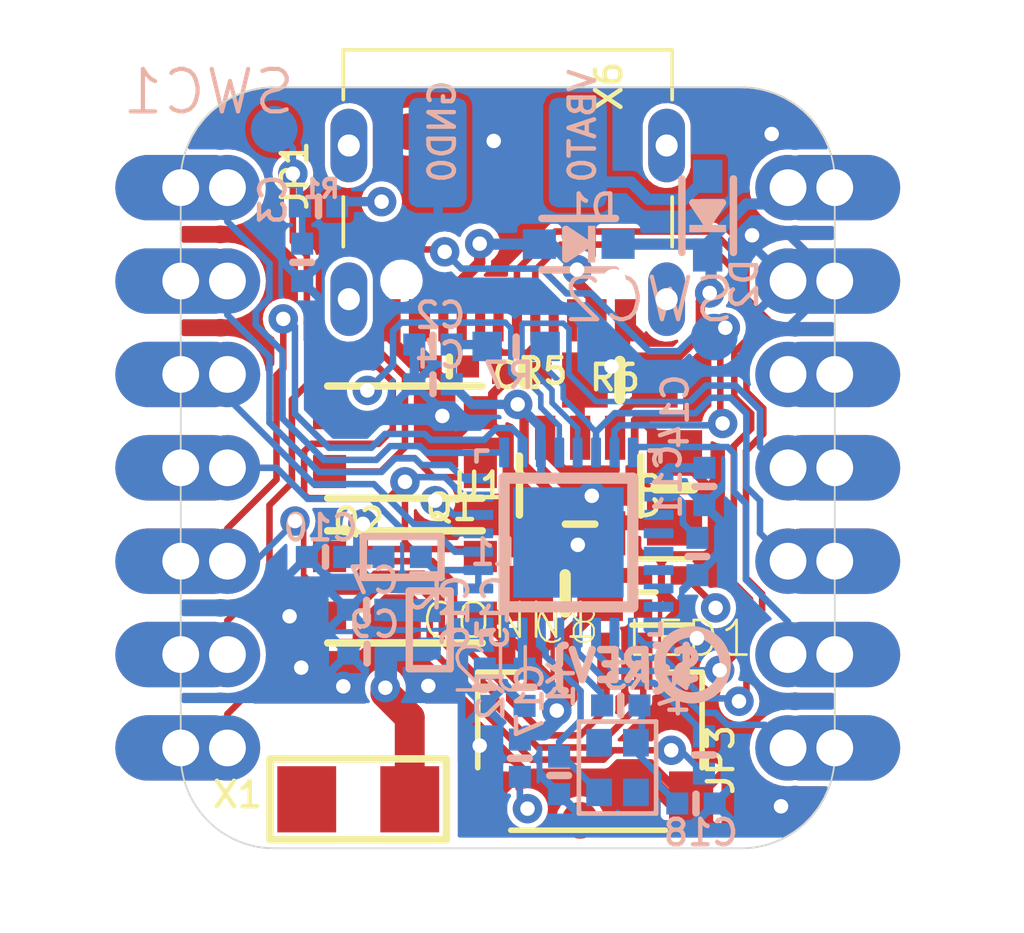
<source format=kicad_pcb>
(kicad_pcb (version 20221018) (generator pcbnew)
  (layers (0 "F.Cu" signal) (1 "In1.Cu" signal) (2 "In2.Cu" signal) (31 "B.Cu" signal) (34 "B.Paste" user) (35 "F.Paste" user) (36 "B.SilkS" user "B.Silkscreen") (37 "F.SilkS" user "F.Silkscreen") (38 "B.Mask" user) (39 "F.Mask" user) (44 "Edge.Cuts" user))
  (net 0 "")
  (net 1 "GND")
  (net 2 "D+")
  (net 3 "D-")
  (net 4 "VBUS")
  (net 5 "~{RESET}")
  (net 6 "3.3V")
  (net 7 "A0")
  (net 8 "CC1")
  (net 9 "CC2")
  (net 10 "A1")
  (net 11 "MOSI")
  (net 12 "MISO")
  (net 13 "SCK")
  (net 14 "A2")
  (net 15 "A3")
  (net 16 "SDA")
  (net 17 "SCL")
  (net 18 "NEOPIX")
  (net 19 "+5V")
  (net 20 "VDD3P3")
  (net 21 "LNA")
  (net 22 "N$3")
  (net 23 "BOOT")
  (net 24 "N$6")
  (net 25 "N$7")
  (net 26 "TX")
  (net 27 "RX")
  (net 28 "VBAT")
  (net 29 "VDD_SPI")
  (net 30 "N$5")
  (net 31 "N$1")
  (footprint "working:0805-NO" (layer "F.Cu") (at 150.0632 108.4199 180)
    (fp_text reference "C8")
    (fp_text value "22uF")
  )
  (footprint "working:1X07_CASTEL" (layer "F.Cu") (at 156.1211 105.0036 90)
    (fp_text reference "JP3")
    (fp_text value "")
  )
  (footprint "working:BTN_KMR2_SLIM" (layer "F.Cu") (at 145.7071 108.2421)
    (fp_text reference "Q2")
    (fp_text value "reset")
  )
  (footprint "working:SK6805_1515" (layer "F.Cu") (at 152.6794 108.3818 180)
    (fp_text reference "LED1")
    (fp_text value "WS2812B_SK6805_1515")
  )
  (footprint "working:SOT23-5" (layer "F.Cu") (at 150.4696 105.4862 180)
    (fp_text reference "U1")
    (fp_text value "AP2112K-3.3")
  )
  (footprint "working:0805-NO" (layer "F.Cu") (at 151.5491 102.616 180)
    (fp_text reference "C1")
    (fp_text value "22uF")
  )
  (footprint "working:_0402NO" (layer "F.Cu") (at 146.9136 102.2477)
    (fp_text reference "R5")
    (fp_text value "5.1K")
  )
  (footprint "working:QTPYC3_TOP" (layer "F.Cu") (at 139.6111 115.3541)
    (fp_text reference "U$3" hide)
    (fp_text value "" hide)
  )
  (footprint "working:USB_C_CUSB31-CFM2AX-01-X" (layer "F.Cu") (at 148.5011 97.4471 180)
    (fp_text reference "X6")
    (fp_text value "USB TYPE C")
  )
  (footprint "working:BTN_KMR2_4.6X2.8" (layer "F.Cu") (at 145.7071 104.3051 180)
    (fp_text reference "Q1")
    (fp_text value "BOOT0")
  )
  (footprint "working:FIDUCIAL_1MM" (layer "F.Cu") (at 150.4696 114.5921)
    (fp_text reference "U$8" hide)
    (fp_text value "FIDUCIAL_1MM" hide)
  )
  (footprint "working:1X07_CASTEL" (layer "F.Cu") (at 140.8811 105.0036 -90)
    (fp_text reference "JP1")
    (fp_text value "")
  )
  (footprint "working:0805-NO" (layer "F.Cu") (at 153.035 105.5497 90)
    (fp_text reference "C6")
    (fp_text value "22uF")
  )
  (footprint "working:ANT_2450AT18B100" (layer "F.Cu") (at 144.4371 114.0206 180)
    (fp_text reference "X1")
    (fp_text value "2.4GHz")
  )
  (footprint "working:_0402NO" (layer "F.Cu") (at 148.8821 102.4255)
    (fp_text reference "R6")
    (fp_text value "5.1K")
  )
  (footprint "working:JST_SH4_SKINNY" (layer "F.Cu") (at 150.6855 112.776)
    (fp_text reference "CONN1")
    (fp_text value "STEMMA_I2C_QTSKINNY" hide)
  )
  (footprint "working:FIDUCIAL_1MM" (layer "F.Cu") (at 145.8087 95.8596)
    (fp_text reference "U$6" hide)
    (fp_text value "FIDUCIAL_1MM" hide)
  )
  (footprint "working:_0402NO" (layer "B.Cu") (at 153.8478 105.5116 -90)
    (fp_text reference "C14")
    (fp_text value "0.1uF")
  )
  (footprint "working:TESTPOINT_MINUS_1X3MM" (layer "B.Cu") (at 146.5961 96.4311 -90)
    (fp_text reference "GND0")
    (fp_text value "")
  )
  (footprint "working:_0402NO" (layer "B.Cu") (at 142.9131 99.4156 -90)
    (fp_text reference "C3")
    (fp_text value "1uF")
  )
  (footprint "working:B1,27" (layer "B.Cu") (at 142.1511 95.7961 180)
    (fp_text reference "SWC1")
    (fp_text value "TPB1,27")
  )
  (footprint "working:_0402" (layer "B.Cu") (at 145.6309 107.4293)
    (fp_text reference "L1")
    (fp_text value "2nH")
  )
  (footprint "working:_0402NO" (layer "B.Cu") (at 151.5745 111.4679 180)
    (fp_text reference "R3")
    (fp_text value "0")
  )
  (footprint "working:_0402NO" (layer "B.Cu") (at 146.4691 102.7303 180)
    (fp_text reference "C4")
    (fp_text value "0.1uF")
  )
  (footprint "working:_0402NO" (layer "B.Cu") (at 143.5481 107.4293 180)
    (fp_text reference "C10")
    (fp_text value "0.1uF")
  )
  (footprint "working:_0402NO" (layer "B.Cu") (at 143.3576 97.8916 180)
    (fp_text reference "R1")
    (fp_text value "10K")
  )
  (footprint "working:TESTPOINT_PLUS_1X3MM" (layer "B.Cu") (at 150.4061 96.4311 -90)
    (fp_text reference "VBAT0")
    (fp_text value "")
  )
  (footprint "working:_0402NO" (layer "B.Cu") (at 147.8788 110.9726 -90)
    (fp_text reference "C16")
    (fp_text value "0.01uF")
  )
  (footprint "working:_0402NO" (layer "B.Cu") (at 153.6573 107.4166 -90)
    (fp_text reference "C11")
    (fp_text value "1uF")
  )
  (footprint "working:_0402NO" (layer "B.Cu") (at 153.6192 114.1349)
    (fp_text reference "C18")
    (fp_text value "16pF")
  )
  (footprint "working:CRYSTAL_2X1.6" (layer "B.Cu") (at 151.4856 113.157 -90)
    (fp_text reference "Y1")
    (fp_text value "40MHz")
  )
  (footprint "working:B1,27" (layer "B.Cu") (at 154.1145 101.4476 180)
    (fp_text reference "SWC2")
    (fp_text value "TPB1,27")
  )
  (footprint "working:_0402NO" (layer "B.Cu") (at 149.8981 113.3729 -90)
    (fp_text reference "C17")
    (fp_text value "16pF")
  )
  (footprint "working:_0402NO" (layer "B.Cu") (at 146.4691 101.6508 180)
    (fp_text reference "C2")
    (fp_text value "1uF")
  )
  (footprint "working:_0402" (layer "B.Cu") (at 146.3802 109.4105 90)
    (fp_text reference "L2")
    (fp_text value "0 ohm")
  )
  (footprint "working:QTPYC3_BOT" (layer "B.Cu") (at 157.3911 115.3541 180)
    (fp_text reference "U$18" hide)
    (fp_text value "" hide)
  )
  (footprint "working:_0402NO" (layer "B.Cu") (at 148.8313 112.903 -90)
    (fp_text reference "R2")
    (fp_text value "10K")
  )
  (footprint "working:PCBFEAT-REV-040" (layer "B.Cu") (at 153.5176 110.363 180)
    (fp_text reference "U$12" hide)
    (fp_text value "" hide)
  )
  (footprint "working:_0402NO" (layer "B.Cu") (at 148.9583 110.9726 -90)
    (fp_text reference "C15")
    (fp_text value "1uF")
  )
  (footprint "working:QFN32_5MM" (layer "B.Cu") (at 150.1521 107.0356)
    (fp_text reference "U2")
    (fp_text value "ESP32-C3FH4")
  )
  (footprint "working:SOD-323_MINI" (layer "B.Cu") (at 150.4315 98.9203 180)
    (fp_text reference "D1")
    (fp_text value "  NSR0320")
  )
  (footprint "working:SOD-323_MINI" (layer "B.Cu") (at 153.9367 98.1456 90)
    (fp_text reference "D2")
    (fp_text value "  NSR0320")
  )
  (footprint "working:_0402NO" (layer "B.Cu") (at 144.6784 110.0582 180)
    (fp_text reference "C9")
    (fp_text value "TBD")
  )
  (footprint "working:_0603MP_TWO6MIL" (layer "B.Cu") (at 148.7297 101.7016)
    (fp_text reference "R7")
    (fp_text value "10K")
  )
  (footprint "working:_0402NO" (layer "B.Cu") (at 153.8351 112.8141 -90)
    (fp_text reference "R4")
    (fp_text value "1k")
  )
  (footprint "working:_0402NO" (layer "B.Cu") (at 144.6657 108.8644 180)
    (fp_text reference "C7")
    (fp_text value "TBD")
  )
  (gr_line (start 142.1511 94.6531) (end 154.8511 94.6531) (stroke (width 0.05)) (layer "Edge.Cuts"))
  (gr_arc (start 154.8511 94.6531) (mid 156.647151 95.397049) (end 157.3911 97.1931) (stroke (width 0.05)) (layer "Edge.Cuts"))
  (gr_arc (start 139.6111 97.1931) (mid 140.355049 95.397049) (end 142.1511 94.6531) (stroke (width 0.05)) (layer "Edge.Cuts"))
  (gr_arc (start 157.3911 112.8141) (mid 156.647151 114.610151) (end 154.8511 115.3541) (stroke (width 0.05)) (layer "Edge.Cuts"))
  (gr_line (start 157.3911 97.1931) (end 157.3911 112.8141) (stroke (width 0.05)) (layer "Edge.Cuts"))
  (gr_line (start 139.6111 112.8141) (end 139.6111 97.1931) (stroke (width 0.05)) (layer "Edge.Cuts"))
  (gr_arc (start 142.1511 115.3541) (mid 140.355049 114.610151) (end 139.6111 112.8141) (stroke (width 0.05)) (layer "Edge.Cuts"))
  (gr_line (start 154.8511 115.3541) (end 142.1511 115.3541) (stroke (width 0.05)) (layer "Edge.Cuts"))
  (segment (start 153.024 114.162) (end 152.2476 113.3856) (width 0.4064) (layer "F.Cu") (net 1))
  (segment (start 149.1132 108.4199) (end 148.8821 108.1888) (width 0.4064) (layer "F.Cu") (net 1))
  (segment (start 152.77465 109.49305) (end 152.7556 109.5121) (width 0.254) (layer "F.Cu") (net 1))
  (segment (start 148.648562 114.8461) (end 148.701831 114.899369) (width 0.254) (layer "F.Cu") (net 1))
  (segment (start 153.1794 108.8318) (end 153.1794 108.952913) (width 0.254) (layer "F.Cu") (net 1))
  (segment (start 148.3741 102.714432) (end 148.092018 102.996513) (width 0.254) (layer "F.Cu") (net 1))
  (segment (start 147.8855 114.162) (end 148.5696 114.8461) (width 0.254) (layer "F.Cu") (net 1))
  (segment (start 148.3741 102.4255) (end 148.3741 102.714432) (width 0.254) (layer "F.Cu") (net 1))
  (segment (start 147.7571 109.0671) (end 148.466 109.0671) (width 0.4064) (layer "F.Cu") (net 1))
  (segment (start 149.1132 108.4199) (end 149.1855 108.4922) (width 0.4064) (layer "F.Cu") (net 1))
  (segment (start 148.092018 102.996513) (end 148.092018 103.170182) (width 0.254) (layer "F.Cu") (net 1))
  (segment (start 148.466 109.0671) (end 149.1132 108.4199) (width 0.4064) (layer "F.Cu") (net 1))
  (segment (start 151.7011 101.6131) (end 150.6982 102.616) (width 0.254) (layer "F.Cu") (net 1))
  (segment (start 147.8855 114.162) (end 148.5984 113.4491) (width 0.4064) (layer "F.Cu") (net 1))
  (segment (start 145.3011 100.9921) (end 145.3011 101.473244) (width 0.254) (layer "F.Cu") (net 1))
  (segment (start 148.5984 113.4491) (end 149.895303 113.4491) (width 0.4064) (layer "F.Cu") (net 1))
  (segment (start 152.77465 109.357663) (end 152.77465 109.49305) (width 0.254) (layer "F.Cu") (net 1))
  (segment (start 149.1855 108.4922) (end 149.1855 110.262) (width 0.4064) (layer "F.Cu") (net 1))
  (segment (start 148.8821 108.1888) (end 148.8821 106.9086) (width 0.4064) (layer "F.Cu") (net 1))
  (segment (start 145.3011 101.473244) (end 146.075556 102.2477) (width 0.254) (layer "F.Cu") (net 1))
  (segment (start 150.6982 102.616) (end 150.5991 102.616) (width 0.254) (layer "F.Cu") (net 1))
  (segment (start 153.4855 114.162) (end 153.024 114.162) (width 0.4064) (layer "F.Cu") (net 1))
  (segment (start 153.1794 108.8318) (end 153.0913 108.8318) (width 0.254) (layer "F.Cu") (net 1))
  (segment (start 150.4696 104.1861) (end 150.4696 102.8446) (width 0.254) (layer "F.Cu") (net 1))
  (segment (start 148.5696 114.8461) (end 148.648562 114.8461) (width 0.254) (layer "F.Cu") (net 1))
  (segment (start 146.075556 102.2477) (end 146.4056 102.2477) (width 0.254) (layer "F.Cu") (net 1))
  (segment (start 153.0913 108.8318) (end 152.6921 108.4326) (width 0.254) (layer "F.Cu") (net 1))
  (segment (start 151.7011 100.9921) (end 151.7011 101.6131) (width 0.254) (layer "F.Cu") (net 1))
  (segment (start 150.4696 102.8446) (end 150.6982 102.616) (width 0.254) (layer "F.Cu") (net 1))
  (segment (start 148.092018 103.170182) (end 147.7571 103.5051) (width 0.254) (layer "F.Cu") (net 1))
  (segment (start 153.1794 108.952913) (end 152.77465 109.357663) (width 0.254) (layer "F.Cu") (net 1))
  (via (at 150.7871 105.7656) (size 0.8001) (drill 0.3937) (layers "F.Cu" "B.Cu") (net 1))
  (via (at 142.5702 109.0422) (size 0.8001) (drill 0.3937) (layers "F.Cu" "B.Cu") (net 1))
  (via (at 153.6446 109.6391) (size 0.8001) (drill 0.3937) (layers "F.Cu" "B.Cu") (net 1))
  (via (at 146.7231 103.5939) (size 0.8001) (drill 0.3937) (layers "F.Cu" "B.Cu") (net 1))
  (via (at 142.8877 110.4392) (size 0.8001) (drill 0.3937) (layers "F.Cu" "B.Cu") (net 1))
  (via (at 147.7391 112.5601) (size 0.8001) (drill 0.3937) (layers "F.Cu" "B.Cu") (net 1))
  (via (at 151.3205 102.2477) (size 0.8001) (drill 0.3937) (layers "F.Cu" "B.Cu") (net 1))
  (via (at 155.6766 95.9231) (size 0.8001) (drill 0.3937) (layers "F.Cu" "B.Cu") (net 1))
  (via (at 148.1201 96.1136) (size 0.8001) (drill 0.3937) (layers "F.Cu" "B.Cu") (net 1))
  (via (at 144.0307 110.9472) (size 0.8001) (drill 0.3937) (layers "F.Cu" "B.Cu") (net 1))
  (via (at 155.1432 98.679) (size 0.8001) (drill 0.3937) (layers "F.Cu" "B.Cu") (net 1))
  (via (at 146.3421 110.9345) (size 0.8001) (drill 0.3937) (layers "F.Cu" "B.Cu") (net 1))
  (via (at 150.4061 107.0991) (size 0.8001) (drill 0.3937) (layers "F.Cu" "B.Cu") (net 1))
  (via (at 155.9306 114.2111) (size 0.8001) (drill 0.3937) (layers "F.Cu" "B.Cu") (net 1))
  (segment (start 145.933662 98.3221) (end 146.496537 98.3221) (width 0.254) (layer "B.Cu") (net 1))
  (segment (start 146.496537 98.3221) (end 146.510537 98.3361) (width 0.254) (layer "B.Cu") (net 1))
  (segment (start 146.5326 98.3361) (end 146.5961 98.2726) (width 0.254) (layer "B.Cu") (net 1))
  (segment (start 145.792662 98.4631) (end 145.933662 98.3221) (width 0.254) (layer "B.Cu") (net 1))
  (segment (start 151.3205 102.1715) (end 150.7553 101.6063) (width 0.254) (layer "B.Cu") (net 1))
  (segment (start 143.640493 99.2251) (end 144.402493 98.4631) (width 0.254) (layer "B.Cu") (net 1))
  (segment (start 144.402493 98.4631) (end 145.792662 98.4631) (width 0.254) (layer "B.Cu") (net 1))
  (segment (start 157.3911 99.9236) (end 156.1211 99.9236) (width 0.254) (layer "B.Cu") (net 1))
  (segment (start 146.5961 98.2726) (end 146.6461 97.2311) (width 0.254) (layer "B.Cu") (net 1))
  (segment (start 154.2796 106.4514) (end 154.2796 106.8451) (width 0.254) (layer "B.Cu") (net 1))
  (segment (start 153.8478 106.0196) (end 154.2796 106.4514) (width 0.254) (layer "B.Cu") (net 1))
  (segment (start 151.3205 102.2477) (end 151.3205 102.1715) (width 0.254) (layer "B.Cu") (net 1))
  (segment (start 146.510537 98.3361) (end 146.5326 98.3361) (width 0.254) (layer "B.Cu") (net 1))
  (segment (start 143.6116 99.2251) (end 143.640493 99.2251) (width 0.254) (layer "B.Cu") (net 1))
  (segment (start 142.9131 99.9236) (end 143.6116 99.2251) (width 0.254) (layer "B.Cu") (net 1))
  (segment (start 145.9611 101.6508) (end 145.9611 102.7303) (width 0.254) (layer "B.Cu") (net 1))
  (segment (start 155.417106 108.438094) (end 155.417106 109.189107) (width 0.1778) (layer "F.Cu") (net 2))
  (segment (start 147.7511 100.1656) (end 147.7511 100.9921) (width 0.1778) (layer "F.Cu") (net 2))
  (segment (start 148.7511 100.0506) (end 147.8661 100.0506) (width 0.1778) (layer "F.Cu") (net 2))
  (segment (start 149.7965 98.5774) (end 148.7511 99.6228) (width 0.1778) (layer "F.Cu") (net 2))
  (segment (start 148.7511 99.6228) (end 148.7511 100.0506) (width 0.1778) (layer "F.Cu") (net 2))
  (segment (start 154.9908 99.4918) (end 154.9908 100.391788) (width 0.1778) (layer "F.Cu") (net 2))
  (segment (start 155.448856 103.389844) (end 155.448856 104.077357) (width 0.1778) (layer "F.Cu") (net 2))
  (segment (start 154.0764 98.5774) (end 154.9908 99.4918) (width 0.1778) (layer "F.Cu") (net 2))
  (segment (start 147.8661 100.0506) (end 147.7511 100.1656) (width 0.1778) (layer "F.Cu") (net 2))
  (segment (start 154.9781 107.999088) (end 155.417106 108.438094) (width 0.1778) (layer "F.Cu") (net 2))
  (segment (start 154.9908 101.995413) (end 154.9908 102.931788) (width 0.1778) (layer "F.Cu") (net 2))
  (segment (start 154.9908 100.391788) (end 155.575856 100.976844) (width 0.1778) (layer "F.Cu") (net 2))
  (segment (start 155.575856 101.410357) (end 154.9908 101.995413) (width 0.1778) (layer "F.Cu") (net 2))
  (segment (start 154.0764 98.5774) (end 149.7965 98.5774) (width 0.1778) (layer "F.Cu") (net 2))
  (segment (start 148.7511 100.0506) (end 148.7511 100.9921) (width 0.1778) (layer "F.Cu") (net 2))
  (segment (start 155.575856 100.976844) (end 155.575856 101.410357) (width 0.1778) (layer "F.Cu") (net 2))
  (segment (start 155.417106 109.189107) (end 154.9908 109.615413) (width 0.1778) (layer "F.Cu") (net 2))
  (segment (start 154.9908 102.931788) (end 155.448856 103.389844) (width 0.1778) (layer "F.Cu") (net 2))
  (segment (start 155.448856 104.077357) (end 154.9781 104.548113) (width 0.1778) (layer "F.Cu") (net 2))
  (segment (start 154.9908 109.615413) (end 154.9908 111.3536) (width 0.1778) (layer "F.Cu") (net 2))
  (segment (start 154.7876 111.3536) (end 154.9908 111.3536) (width 0.1778) (layer "F.Cu") (net 2))
  (segment (start 154.9781 104.548113) (end 154.9781 107.999088) (width 0.1778) (layer "F.Cu") (net 2))
  (via (at 154.7876 111.3536) (size 0.8001) (drill 0.3937) (layers "F.Cu" "B.Cu") (net 2))
  (segment (start 154.710559 111.27656) (end 153.829859 111.27656) (width 0.1778) (layer "B.Cu") (net 2))
  (segment (start 153.829859 111.27656) (end 152.7258 110.1725) (width 0.1778) (layer "B.Cu") (net 2))
  (segment (start 154.7876 111.3536) (end 154.710559 111.27656) (width 0.1778) (layer "B.Cu") (net 2))
  (segment (start 151.672612 110.1725) (end 152.7258 110.1725) (width 0.1778) (layer "B.Cu") (net 2))
  (segment (start 151.672612 110.1725) (end 151.4021 109.901988) (width 0.1778) (layer "B.Cu") (net 2))
  (segment (start 151.4021 109.4856) (end 151.4021 109.901988) (width 0.1778) (layer "B.Cu") (net 2))
  (segment (start 154.6606 101.858638) (end 155.182156 101.337082) (width 0.1778) (layer "F.Cu") (net 3))
  (segment (start 154.6606 99.628575) (end 153.965025 98.933) (width 0.1778) (layer "F.Cu") (net 3))
  (segment (start 149.2511 100.9921) (end 149.2511 101.6552) (width 0.1778) (layer "F.Cu") (net 3))
  (segment (start 155.118656 103.526619) (end 154.6606 103.068563) (width 0.1778) (layer "F.Cu") (net 3))
  (segment (start 155.182156 101.050119) (end 154.6606 100.528563) (width 0.1778) (layer "F.Cu") (net 3))
  (segment (start 155.086906 109.052332) (end 154.6606 109.478638) (width 0.1778) (layer "F.Cu") (net 3))
  (segment (start 149.0348 101.8715) (end 148.3535 101.8715) (width 0.1778) (layer "F.Cu") (net 3))
  (segment (start 155.086906 108.574869) (end 155.086906 109.052332) (width 0.1778) (layer "F.Cu") (net 3))
  (segment (start 154.261615 110.510116) (end 154.6606 110.111132) (width 0.1778) (layer "F.Cu") (net 3))
  (segment (start 155.118656 103.940582) (end 154.6479 104.411338) (width 0.1778) (layer "F.Cu") (net 3))
  (segment (start 155.182156 101.337082) (end 155.182156 101.050119) (width 0.1778) (layer "F.Cu") (net 3))
  (segment (start 149.2511 99.6257) (end 149.2511 100.9921) (width 0.1778) (layer "F.Cu") (net 3))
  (segment (start 154.6606 109.478638) (end 154.6606 110.111132) (width 0.1778) (layer "F.Cu") (net 3))
  (segment (start 148.1836 101.0596) (end 148.2511 100.9921) (width 0.1778) (layer "F.Cu") (net 3))
  (segment (start 148.1836 101.7016) (end 148.1836 101.0596) (width 0.1778) (layer "F.Cu") (net 3))
  (segment (start 148.3535 101.8715) (end 148.1836 101.7016) (width 0.1778) (layer "F.Cu") (net 3))
  (segment (start 154.6479 104.411338) (end 154.6479 108.135863) (width 0.1778) (layer "F.Cu") (net 3))
  (segment (start 149.9438 98.933) (end 149.2511 99.6257) (width 0.1778) (layer "F.Cu") (net 3))
  (segment (start 155.118656 103.940582) (end 155.118656 103.526619) (width 0.1778) (layer "F.Cu") (net 3))
  (segment (start 153.965025 98.933) (end 149.9438 98.933) (width 0.1778) (layer "F.Cu") (net 3))
  (segment (start 154.6606 103.068563) (end 154.6606 101.858638) (width 0.1778) (layer "F.Cu") (net 3))
  (segment (start 149.2511 101.6552) (end 149.0348 101.8715) (width 0.1778) (layer "F.Cu") (net 3))
  (segment (start 154.6606 100.528563) (end 154.6606 99.628575) (width 0.1778) (layer "F.Cu") (net 3))
  (segment (start 154.6479 108.135863) (end 155.086906 108.574869) (width 0.1778) (layer "F.Cu") (net 3))
  (via (at 154.261615 110.510116) (size 0.8001) (drill 0.3937) (layers "F.Cu" "B.Cu") (net 3))
  (segment (start 153.563115 110.510116) (end 152.867843 109.814844) (width 0.1778) (layer "B.Cu") (net 3))
  (segment (start 152.231343 109.814844) (end 152.867843 109.814844) (width 0.1778) (layer "B.Cu") (net 3))
  (segment (start 151.9021 109.4856) (end 152.231343 109.814844) (width 0.1778) (layer "B.Cu") (net 3))
  (segment (start 154.261615 110.510116) (end 153.563115 110.510116) (width 0.1778) (layer "B.Cu") (net 3))
  (segment (start 146.1011 100.9921) (end 146.1011 100.4841) (width 0.254) (layer "F.Cu") (net 4))
  (segment (start 147.7391 98.9076) (end 147.7391 99.422538) (width 0.3048) (layer "F.Cu") (net 4))
  (segment (start 150.9011 100.9921) (end 150.9011 100.476338) (width 0.254) (layer "F.Cu") (net 4))
  (segment (start 147.7391 99.422538) (end 147.058537 100.1031) (width 0.3048) (layer "F.Cu") (net 4))
  (segment (start 150.9011 100.476338) (end 150.385912 99.96115) (width 0.3048) (layer "F.Cu") (net 4))
  (segment (start 146.4821 100.1031) (end 146.1011 100.4841) (width 0.3048) (layer "F.Cu") (net 4))
  (segment (start 150.385912 99.613794) (end 150.385912 99.96115) (width 0.3048) (layer "F.Cu") (net 4))
  (segment (start 147.058537 100.1031) (end 146.4821 100.1031) (width 0.3048) (layer "F.Cu") (net 4))
  (via (at 147.7391 98.9076) (size 0.8001) (drill 0.3937) (layers "F.Cu" "B.Cu") (net 4))
  (via (at 150.385912 99.613794) (size 0.8001) (drill 0.3937) (layers "F.Cu" "B.Cu") (net 4))
  (segment (start 150.385912 99.613794) (end 149.692418 98.9203) (width 0.3048) (layer "B.Cu") (net 4))
  (segment (start 149.692418 98.9203) (end 149.3615 98.9203) (width 0.254) (layer "B.Cu") (net 4))
  (segment (start 147.7391 98.9076) (end 147.7518 98.9203) (width 0.254) (layer "B.Cu") (net 4))
  (segment (start 149.3615 98.9203) (end 147.7518 98.9203) (width 0.3048) (layer "B.Cu") (net 4))
  (segment (start 142.9658 104.55515) (end 142.9658 105.7221) (width 0.1778) (layer "F.Cu") (net 5))
  (segment (start 145.884993 107.2135) (end 145.7071 107.04261) (width 0.1778) (layer "F.Cu") (net 5))
  (segment (start 145.2626 105.8291) (end 145.7071 105.3846) (width 0.1778) (layer "F.Cu") (net 5))
  (segment (start 144.9888 104.3503) (end 145.3769 103.9622) (width 0.1778) (layer "F.Cu") (net 5))
  (segment (start 147.6932 107.2135) (end 145.884993 107.2135) (width 0.1778) (layer "F.Cu") (net 5))
  (segment (start 145.7071 105.3846) (end 145.7071 107.04261) (width 0.1778) (layer "F.Cu") (net 5))
  (segment (start 143.0728 105.8291) (end 145.2626 105.8291) (width 0.1778) (layer "F.Cu") (net 5))
  (segment (start 143.786062 102.257063) (end 143.0401 101.5111) (width 0.1778) (layer "F.Cu") (net 5))
  (segment (start 142.9658 104.55515) (end 143.17065 104.3503) (width 0.1778) (layer "F.Cu") (net 5))
  (segment (start 144.970087 102.257063) (end 143.786062 102.257063) (width 0.1778) (layer "F.Cu") (net 5))
  (segment (start 145.3769 103.9622) (end 145.3769 102.663875) (width 0.1778) (layer "F.Cu") (net 5))
  (segment (start 143.0401 99.2251) (end 142.6591 98.8441) (width 0.1778) (layer "F.Cu") (net 5))
  (segment (start 145.3769 102.663875) (end 144.970087 102.257063) (width 0.1778) (layer "F.Cu") (net 5))
  (segment (start 142.9658 105.7221) (end 143.0728 105.8291) (width 0.1778) (layer "F.Cu") (net 5))
  (segment (start 143.0401 101.5111) (end 143.0401 99.2251) (width 0.1778) (layer "F.Cu") (net 5))
  (segment (start 142.6591 98.8441) (end 142.6591 97.0026) (width 0.1778) (layer "F.Cu") (net 5))
  (segment (start 143.6571 107.4171) (end 143.6702 107.2135) (width 0.1778) (layer "F.Cu") (net 5))
  (segment (start 143.17065 104.3503) (end 144.9888 104.3503) (width 0.1778) (layer "F.Cu") (net 5))
  (segment (start 145.884993 107.2135) (end 143.6702 107.2135) (width 0.1778) (layer "F.Cu") (net 5))
  (segment (start 147.7571 107.4171) (end 147.6932 107.2135) (width 0.1778) (layer "F.Cu") (net 5))
  (via (at 145.7071 105.3846) (size 0.8001) (drill 0.3937) (layers "F.Cu" "B.Cu") (net 5))
  (via (at 142.6591 97.0026) (size 0.8001) (drill 0.3937) (layers "F.Cu" "B.Cu") (net 5))
  (segment (start 145.8341 105.2576) (end 145.7071 105.3846) (width 0.1778) (layer "B.Cu") (net 5))
  (segment (start 142.8496 97.8916) (end 142.9131 97.9551) (width 0.1778) (layer "B.Cu") (net 5))
  (segment (start 142.6591 96.3041) (end 142.6591 97.0026) (width 0.1778) (layer "B.Cu") (net 5))
  (segment (start 142.9131 97.9551) (end 142.9131 98.9076) (width 0.1778) (layer "B.Cu") (net 5))
  (segment (start 147.3211 105.7856) (end 146.7931 105.2576) (width 0.1778) (layer "B.Cu") (net 5))
  (segment (start 146.7931 105.2576) (end 145.8341 105.2576) (width 0.1778) (layer "B.Cu") (net 5))
  (segment (start 147.7021 105.7856) (end 147.3211 105.7856) (width 0.1778) (layer "B.Cu") (net 5))
  (segment (start 142.8496 97.1931) (end 142.8496 97.8916) (width 0.1778) (layer "B.Cu") (net 5))
  (segment (start 142.1511 95.7961) (end 142.6591 96.3041) (width 0.1778) (layer "B.Cu") (net 5))
  (segment (start 142.6591 97.0026) (end 142.8496 97.1931) (width 0.1778) (layer "B.Cu") (net 5))
  (segment (start 148.771468 103.27795) (end 148.9456 103.452082) (width 0.254) (layer "F.Cu") (net 6))
  (segment (start 148.9456 104.942169) (end 150.423081 106.41965) (width 0.254) (layer "F.Cu") (net 6))
  (segment (start 148.9456 103.452082) (end 148.9456 104.942169) (width 0.254) (layer "F.Cu") (net 6))
  (segment (start 150.73545 106.41965) (end 151.1021 106.7863) (width 0.2032) (layer "F.Cu") (net 6))
  (segment (start 151.4196 108.0135) (end 151.0132 108.4199) (width 0.254) (layer "F.Cu") (net 6))
  (segment (start 151.0132 108.6993) (end 151.0132 108.4199) (width 0.6096) (layer "F.Cu") (net 6))
  (segment (start 151.4196 106.7863) (end 151.7062 106.4997) (width 0.254) (layer "F.Cu") (net 6))
  (segment (start 151.1021 106.7863) (end 151.4196 106.7863) (width 0.254) (layer "F.Cu") (net 6))
  (segment (start 150.1855 110.262) (end 150.1855 111.2567) (width 0.4064) (layer "F.Cu") (net 6))
  (segment (start 150.1855 110.262) (end 150.1855 109.527) (width 0.4064) (layer "F.Cu") (net 6))
  (segment (start 152.1794 107.9318) (end 151.5013 107.9318) (width 0.4064) (layer "F.Cu") (net 6))
  (segment (start 151.0132 108.6993) (end 150.1855 109.527) (width 0.4064) (layer "F.Cu") (net 6))
  (segment (start 150.423081 106.41965) (end 150.73545 106.41965) (width 0.2032) (layer "F.Cu") (net 6))
  (segment (start 151.7062 106.4997) (end 153.035 106.4997) (width 0.4064) (layer "F.Cu") (net 6))
  (segment (start 151.4196 106.7863) (end 151.4196 108.0135) (width 0.4064) (layer "F.Cu") (net 6))
  (segment (start 150.1855 111.2567) (end 149.8346 111.6076) (width 0.4064) (layer "F.Cu") (net 6))
  (segment (start 151.5013 107.9318) (end 151.4196 108.0135) (width 0.254) (layer "F.Cu") (net 6))
  (via (at 144.5641 106.5276) (size 0.8001) (drill 0.3937) (layers "F.Cu" "B.Cu") (net 6))
  (via (at 149.8346 111.6076) (size 0.8001) (drill 0.3937) (layers "F.Cu" "B.Cu") (net 6))
  (via (at 145.0721 97.7646) (size 0.8001) (drill 0.3937) (layers "F.Cu" "B.Cu") (net 6))
  (via (at 148.771468 103.27795) (size 0.8001) (drill 0.3937) (layers "F.Cu" "B.Cu") (net 6))
  (segment (start 153.8478 105.0036) (end 152.8841 105.0036) (width 0.254) (layer "B.Cu") (net 6))
  (segment (start 149.5171 105.2576) (end 148.5011 105.2576) (width 0.2032) (layer "B.Cu") (net 6))
  (segment (start 148.771468 103.27795) (end 147.52475 103.27795) (width 0.254) (layer "B.Cu") (net 6))
  (segment (start 151.9301 108.6866) (end 151.8031 108.8136) (width 0.2032) (layer "B.Cu") (net 6))
  (segment (start 148.3741 105.3846) (end 148.3741 108.8136) (width 0.2032) (layer "B.Cu") (net 6))
  (segment (start 151.9315 105.5116) (end 151.9301 105.513) (width 0.2032) (layer "B.Cu") (net 6))
  (segment (start 148.3741 108.8136) (end 148.3741 109.4576) (width 0.2032) (layer "B.Cu") (net 6))
  (segment (start 149.4021 103.908582) (end 149.4021 104.5856) (width 0.254) (layer "B.Cu") (net 6))
  (segment (start 148.771468 103.27795) (end 149.4021 103.908582) (width 0.254) (layer "B.Cu") (net 6))
  (segment (start 157.3911 102.4636) (end 156.1211 102.4636) (width 0.254) (layer "B.Cu") (net 6))
  (segment (start 148.9021 109.4856) (end 148.9021 110.4646) (width 0.254) (layer "B.Cu") (net 6))
  (segment (start 152.6021 105.2856) (end 152.8841 105.0036) (width 0.254) (layer "B.Cu") (net 6))
  (segment (start 148.9021 109.4856) (end 148.4021 109.4856) (width 0.254) (layer "B.Cu") (net 6))
  (segment (start 152.6021 105.2856) (end 152.5741 105.2576) (width 0.2032) (layer "B.Cu") (net 6))
  (segment (start 149.8346 111.8616) (end 149.8346 111.6076) (width 0.254) (layer "B.Cu") (net 6))
  (segment (start 148.8313 112.395) (end 149.0091 112.2172) (width 0.4064) (layer "B.Cu") (net 6))
  (segment (start 149.479 112.2172) (end 149.0091 112.2172) (width 0.4064) (layer "B.Cu") (net 6))
  (segment (start 149.1361 110.4646) (end 149.8346 111.1631) (width 0.4064) (layer "B.Cu") (net 6))
  (segment (start 151.9301 105.513) (end 151.9301 108.6866) (width 0.2032) (layer "B.Cu") (net 6))
  (segment (start 149.5171 105.2576) (end 149.4021 105.1426) (width 0.2032) (layer "B.Cu") (net 6))
  (segment (start 147.9423 101.7016) (end 147.8915 101.6508) (width 0.254) (layer "B.Cu") (net 6))
  (segment (start 148.9583 110.4646) (end 149.1361 110.4646) (width 0.254) (layer "B.Cu") (net 6))
  (segment (start 149.4021 105.1426) (end 149.4021 104.5856) (width 0.2032) (layer "B.Cu") (net 6))
  (segment (start 143.8656 97.8916) (end 143.9926 97.7646) (width 0.254) (layer "B.Cu") (net 6))
  (segment (start 144.5006 106.5911) (end 144.5641 106.5276) (width 0.4064) (layer "B.Cu") (net 6))
  (segment (start 149.8346 111.8616) (end 149.479 112.2172) (width 0.4064) (layer "B.Cu") (net 6))
  (segment (start 148.3741 109.4576) (end 148.4021 109.4856) (width 0.2032) (layer "B.Cu") (net 6))
  (segment (start 149.8346 111.1631) (end 149.8346 111.6076) (width 0.4064) (layer "B.Cu") (net 6))
  (segment (start 156.1211 102.3366) (end 156.1211 102.4636) (width 0.254) (layer "B.Cu") (net 6))
  (segment (start 148.5011 105.2576) (end 148.3741 105.3846) (width 0.2032) (layer "B.Cu") (net 6))
  (segment (start 148.9583 110.4646) (end 148.9021 110.4646) (width 0.254) (layer "B.Cu") (net 6))
  (segment (start 145.1229 107.4293) (end 144.5006 107.4293) (width 0.4064) (layer "B.Cu") (net 6))
  (segment (start 152.6021 105.2856) (end 152.1575 105.2856) (width 0.254) (layer "B.Cu") (net 6))
  (segment (start 143.9926 97.7646) (end 145.0721 97.7646) (width 0.254) (layer "B.Cu") (net 6))
  (segment (start 144.5006 107.4293) (end 144.0561 107.4293) (width 0.4064) (layer "B.Cu") (net 6))
  (segment (start 147.52475 103.27795) (end 146.9771 102.7303) (width 0.254) (layer "B.Cu") (net 6))
  (segment (start 152.1575 105.2856) (end 151.9315 105.5116) (width 0.254) (layer "B.Cu") (net 6))
  (segment (start 147.8915 101.6508) (end 146.9771 101.6508) (width 0.254) (layer "B.Cu") (net 6))
  (segment (start 144.5006 107.4293) (end 144.5006 106.5911) (width 0.4064) (layer "B.Cu") (net 6))
  (segment (start 146.9771 101.6508) (end 146.9771 102.7303) (width 0.254) (layer "B.Cu") (net 6))
  (segment (start 151.8031 108.8136) (end 148.3741 108.8136) (width 0.2032) (layer "B.Cu") (net 6))
  (segment (start 148.9583 110.4646) (end 147.8788 110.4646) (width 0.254) (layer "B.Cu") (net 6))
  (segment (start 145.304668 104.41305) (end 146.109531 104.41305) (width 0.1778) (layer "B.Cu") (net 7))
  (segment (start 142.0241 99.45015) (end 142.0241 100.379088) (width 0.1778) (layer "B.Cu") (net 7))
  (segment (start 142.3797 103.66325) (end 143.50415 104.7877) (width 0.1778) (layer "B.Cu") (net 7))
  (segment (start 148.4021 104.5856) (end 147.6121 104.5856) (width 0.1778) (layer "B.Cu") (net 7))
  (segment (start 141.648593 100.754594) (end 141.648593 101.111744) (width 0.1778) (layer "B.Cu") (net 7))
  (segment (start 140.8811 97.5741) (end 140.8811 97.3836) (width 0.1778) (layer "B.Cu") (net 7))
  (segment (start 140.8811 98.30715) (end 142.0241 99.45015) (width 0.1778) (layer "B.Cu") (net 7))
  (segment (start 139.6111 97.3836) (end 140.6906 97.3836) (width 0.254) (layer "B.Cu") (net 7))
  (segment (start 147.6005 104.5972) (end 147.6121 104.5856) (width 0.1778) (layer "B.Cu") (net 7))
  (segment (start 146.109531 104.41305) (end 146.293681 104.5972) (width 0.1778) (layer "B.Cu") (net 7))
  (segment (start 140.6906 97.3836) (end 140.8811 97.5741) (width 0.254) (layer "B.Cu") (net 7))
  (segment (start 142.3797 101.84285) (end 142.3797 103.66325) (width 0.1778) (layer "B.Cu") (net 7))
  (segment (start 142.0241 100.379088) (end 141.648593 100.754594) (width 0.1778) (layer "B.Cu") (net 7))
  (segment (start 143.50415 104.7877) (end 144.930018 104.7877) (width 0.1778) (layer "B.Cu") (net 7))
  (segment (start 146.293681 104.5972) (end 147.6005 104.5972) (width 0.1778) (layer "B.Cu") (net 7))
  (segment (start 140.8811 98.30715) (end 140.8811 97.5741) (width 0.1778) (layer "B.Cu") (net 7))
  (segment (start 144.930018 104.7877) (end 145.304668 104.41305) (width 0.1778) (layer "B.Cu") (net 7))
  (segment (start 141.648593 101.111744) (end 142.3797 101.84285) (width 0.1778) (layer "B.Cu") (net 7))
  (segment (start 149.3901 102.0191) (end 149.3901 102.4255) (width 0.1778) (layer "F.Cu") (net 8))
  (segment (start 149.7511 100.9921) (end 149.7511 101.6581) (width 0.1778) (layer "F.Cu") (net 8))
  (segment (start 149.7511 101.6581) (end 149.3901 102.0191) (width 0.1778) (layer "F.Cu") (net 8))
  (segment (start 146.7511 101.5772) (end 147.4216 102.2477) (width 0.1778) (layer "F.Cu") (net 9))
  (segment (start 146.7511 100.9921) (end 146.7511 101.5772) (width 0.1778) (layer "F.Cu") (net 9))
  (segment (start 142.0241 101.99015) (end 140.8811 100.84715) (width 0.1778) (layer "B.Cu") (net 10))
  (segment (start 145.972756 104.74325) (end 145.441443 104.74325) (width 0.1778) (layer "B.Cu") (net 10))
  (segment (start 147.7021 105.2856) (end 147.288075 105.2856) (width 0.1778) (layer "B.Cu") (net 10))
  (segment (start 142.0241 103.5431) (end 142.0241 101.99015) (width 0.1778) (layer "B.Cu") (net 10))
  (segment (start 145.441443 104.74325) (end 145.066793 105.1179) (width 0.1778) (layer "B.Cu") (net 10))
  (segment (start 147.288075 105.2856) (end 146.929875 104.9274) (width 0.1778) (layer "B.Cu") (net 10))
  (segment (start 143.367375 105.1179) (end 142.0241 103.774625) (width 0.1778) (layer "B.Cu") (net 10))
  (segment (start 140.8811 100.84715) (end 140.8811 99.9236) (width 0.1778) (layer "B.Cu") (net 10))
  (segment (start 146.156906 104.9274) (end 145.972756 104.74325) (width 0.1778) (layer "B.Cu") (net 10))
  (segment (start 142.0241 103.774625) (end 142.0241 103.5431) (width 0.1778) (layer "B.Cu") (net 10))
  (segment (start 139.6111 99.9236) (end 140.8811 99.9236) (width 0.254) (layer "B.Cu") (net 10))
  (segment (start 146.929875 104.9274) (end 146.156906 104.9274) (width 0.1778) (layer "B.Cu") (net 10))
  (segment (start 145.066793 105.1179) (end 143.367375 105.1179) (width 0.1778) (layer "B.Cu") (net 10))
  (segment (start 150.1648 102.4636) (end 150.9014 103.2002) (width 0.1524) (layer "B.Cu") (net 11))
  (segment (start 156.1846 105.0036) (end 156.1211 104.9401) (width 0.1778) (layer "B.Cu") (net 11))
  (segment (start 149.704918 102.891294) (end 149.143825 102.3302) (width 0.1524) (layer "B.Cu") (net 11))
  (segment (start 153.457025 103.2002) (end 153.469725 103.1875) (width 0.1524) (layer "B.Cu") (net 11))
  (segment (start 155.3591 104.4321) (end 155.3591 103.431719) (width 0.1778) (layer "B.Cu") (net 11))
  (segment (start 149.143825 102.3302) (end 148.920812 102.3302) (width 0.1524) (layer "B.Cu") (net 11))
  (segment (start 148.920812 102.3302) (end 148.8885 102.297888) (width 0.1524) (layer "B.Cu") (net 11))
  (segment (start 156.1211 104.9401) (end 156.1211 105.0036) (width 0.1778) (layer "B.Cu") (net 11))
  (segment (start 148.920812 101.073) (end 150.011787 101.073) (width 0.1524) (layer "B.Cu") (net 11))
  (segment (start 149.704918 103.236363) (end 149.704918 102.891294) (width 0.1524) (layer "B.Cu") (net 11))
  (segment (start 156.1211 104.9401) (end 155.8671 104.9401) (width 0.1778) (layer "B.Cu") (net 11))
  (segment (start 148.8885 101.105313) (end 148.920812 101.073) (width 0.1524) (layer "B.Cu") (net 11))
  (segment (start 153.469725 103.1875) (end 153.888825 102.7684) (width 0.1778) (layer "B.Cu") (net 11))
  (segment (start 155.3591 103.431719) (end 154.695781 102.7684) (width 0.1778) (layer "B.Cu") (net 11))
  (segment (start 148.8885 102.297888) (end 148.8885 101.105313) (width 0.1524) (layer "B.Cu") (net 11))
  (segment (start 157.3911 105.0036) (end 156.1846 105.0036) (width 0.1778) (layer "B.Cu") (net 11))
  (segment (start 150.4021 104.5856) (end 150.4021 103.933544) (width 0.1524) (layer "B.Cu") (net 11))
  (segment (start 150.4021 103.933544) (end 149.704918 103.236363) (width 0.1524) (layer "B.Cu") (net 11))
  (segment (start 150.011787 101.073) (end 150.1648 101.226013) (width 0.1524) (layer "B.Cu") (net 11))
  (segment (start 150.9014 103.2002) (end 153.457025 103.2002) (width 0.1524) (layer "B.Cu") (net 11))
  (segment (start 155.8671 104.9401) (end 155.3591 104.4321) (width 0.1778) (layer "B.Cu") (net 11))
  (segment (start 150.1648 101.226013) (end 150.1648 102.4636) (width 0.1524) (layer "B.Cu") (net 11))
  (segment (start 153.888825 102.7684) (end 154.695781 102.7684) (width 0.1778) (layer "B.Cu") (net 11))
  (segment (start 155.3591 105.8926) (end 155.3591 106.7816) (width 0.1778) (layer "B.Cu") (net 12))
  (segment (start 157.3911 107.5436) (end 156.1211 107.5436) (width 0.1778) (layer "B.Cu") (net 12))
  (segment (start 154.98815 105.52165) (end 155.3591 105.8926) (width 0.1778) (layer "B.Cu") (net 12))
  (segment (start 150.009718 103.110107) (end 150.009718 102.765038) (width 0.1524) (layer "B.Cu") (net 12))
  (segment (start 154.0256 103.0986) (end 153.6065 103.5177) (width 0.1778) (layer "B.Cu") (net 12))
  (segment (start 150.7069 103.830125) (end 150.7069 103.807288) (width 0.1524) (layer "B.Cu") (net 12))
  (segment (start 150.9021 104.025325) (end 150.9021 104.5856) (width 0.1778) (layer "B.Cu") (net 12))
  (segment (start 150.009718 102.765038) (end 149.4862 102.241519) (width 0.1524) (layer "B.Cu") (net 12))
  (segment (start 153.6065 103.5177) (end 151.409725 103.5177) (width 0.1778) (layer "B.Cu") (net 12))
  (segment (start 154.559006 103.0986) (end 154.0256 103.0986) (width 0.1778) (layer "B.Cu") (net 12))
  (segment (start 150.7069 103.807288) (end 150.009718 103.110107) (width 0.1524) (layer "B.Cu") (net 12))
  (segment (start 150.9021 104.025325) (end 150.7069 103.830125) (width 0.1524) (layer "B.Cu") (net 12))
  (segment (start 149.4862 102.241519) (end 149.5171 101.7016) (width 0.1524) (layer "B.Cu") (net 12))
  (segment (start 155.3591 106.7816) (end 156.1211 107.5436) (width 0.1778) (layer "B.Cu") (net 12))
  (segment (start 154.559006 103.0986) (end 154.98815 103.527744) (width 0.1778) (layer "B.Cu") (net 12))
  (segment (start 151.409725 103.5177) (end 150.9021 104.025325) (width 0.1778) (layer "B.Cu") (net 12))
  (segment (start 154.98815 103.527744) (end 154.98815 105.52165) (width 0.1778) (layer "B.Cu") (net 12))
  (segment (start 152.04925 104.43845) (end 154.47645 104.43845) (width 0.1778) (layer "B.Cu") (net 13))
  (segment (start 154.65795 105.658425) (end 154.9781 105.978575) (width 0.1778) (layer "B.Cu") (net 13))
  (segment (start 154.65795 104.61995) (end 154.65795 105.658425) (width 0.1778) (layer "B.Cu") (net 13))
  (segment (start 157.3911 110.0836) (end 156.1211 110.0836) (width 0.1778) (layer "B.Cu") (net 13))
  (segment (start 154.9781 105.978575) (end 154.9781 108.0516) (width 0.1778) (layer "B.Cu") (net 13))
  (segment (start 151.9021 104.5856) (end 152.04925 104.43845) (width 0.1778) (layer "B.Cu") (net 13))
  (segment (start 154.9781 108.0516) (end 156.1211 109.1946) (width 0.1778) (layer "B.Cu") (net 13))
  (segment (start 156.1211 109.1946) (end 156.1211 110.0836) (width 0.1778) (layer "B.Cu") (net 13))
  (segment (start 154.47645 104.43845) (end 154.65795 104.61995) (width 0.1778) (layer "B.Cu") (net 13))
  (segment (start 146.8218 106.5403) (end 145.955793 106.5403) (width 0.1778) (layer "B.Cu") (net 14))
  (segment (start 145.955793 106.5403) (end 144.863593 105.4481) (width 0.1778) (layer "B.Cu") (net 14))
  (segment (start 139.6111 102.4636) (end 140.8811 102.4636) (width 0.254) (layer "B.Cu") (net 14))
  (segment (start 144.863593 105.4481) (end 143.2306 105.4481) (width 0.1778) (layer "B.Cu") (net 14))
  (segment (start 143.2306 105.4481) (end 140.8811 103.0986) (width 0.1778) (layer "B.Cu") (net 14))
  (segment (start 147.7021 106.7856) (end 147.0671 106.7856) (width 0.1778) (layer "B.Cu") (net 14))
  (segment (start 140.8811 103.0986) (end 140.8811 102.4636) (width 0.1778) (layer "B.Cu") (net 14))
  (segment (start 147.0671 106.7856) (end 146.8218 106.5403) (width 0.1778) (layer "B.Cu") (net 14))
  (segment (start 143.061531 105.850532) (end 142.2146 105.0036) (width 0.1778) (layer "B.Cu") (net 15))
  (segment (start 140.8811 105.0036) (end 142.2146 105.0036) (width 0.1778) (layer "B.Cu") (net 15))
  (segment (start 147.0671 107.2856) (end 146.652 106.8705) (width 0.1778) (layer "B.Cu") (net 15))
  (segment (start 139.6111 105.0036) (end 140.8811 105.0036) (width 0.254) (layer "B.Cu") (net 15))
  (segment (start 145.819018 106.8705) (end 144.79905 105.850532) (width 0.1778) (layer "B.Cu") (net 15))
  (segment (start 146.652 106.8705) (end 145.819018 106.8705) (width 0.1778) (layer "B.Cu") (net 15))
  (segment (start 144.79905 105.850532) (end 143.061531 105.850532) (width 0.1778) (layer "B.Cu") (net 15))
  (segment (start 147.7021 107.2856) (end 147.0671 107.2856) (width 0.1778) (layer "B.Cu") (net 15))
  (segment (start 142.9531 106.688082) (end 142.717587 106.452569) (width 0.1524) (layer "F.Cu") (net 16))
  (segment (start 148.5418 111.3063) (end 148.5418 111.0822) (width 0.1778) (layer "F.Cu") (net 16))
  (segment (start 142.2146 102.483532) (end 142.39875 102.299382) (width 0.1778) (layer "F.Cu") (net 16))
  (segment (start 140.8811 106.6546) (end 140.8811 107.5436) (width 0.1778) (layer "F.Cu") (net 16))
  (segment (start 151.1855 111.5657) (end 150.4696 112.2816) (width 0.1778) (layer "F.Cu") (net 16))
  (segment (start 150.4696 112.2816) (end 149.5171 112.2816) (width 0.1778) (layer "F.Cu") (net 16))
  (segment (start 147.0404 108.132175) (end 147.0404 109.5808) (width 0.1778) (layer "F.Cu") (net 16))
  (segment (start 142.39875 102.299382) (end 142.39875 100.953182) (width 0.1778) (layer "F.Cu") (net 16))
  (segment (start 148.5418 111.0822) (end 147.0404 109.5808) (width 0.1651) (layer "F.Cu") (net 16))
  (segment (start 149.5171 112.2816) (end 148.5418 111.3063) (width 0.1778) (layer "F.Cu") (net 16))
  (segment (start 146.451925 107.5437) (end 147.0404 108.132175) (width 0.1778) (layer "F.Cu") (net 16))
  (segment (start 142.9531 107.923288) (end 142.9531 106.688082) (width 0.1524) (layer "F.Cu") (net 16))
  (segment (start 144.766087 107.5437) (end 144.239887 108.0699) (width 0.1524) (layer "F.Cu") (net 16))
  (segment (start 144.766087 107.5437) (end 146.451925 107.5437) (width 0.1778) (layer "F.Cu") (net 16))
  (segment (start 144.239887 108.0699) (end 143.099712 108.0699) (width 0.1524) (layer "F.Cu") (net 16))
  (segment (start 142.2146 105.3211) (end 140.8811 106.6546) (width 0.1778) (layer "F.Cu") (net 16))
  (segment (start 151.1855 110.262) (end 151.1855 111.5657) (width 0.1778) (layer "F.Cu") (net 16))
  (segment (start 142.2146 102.483532) (end 142.2146 105.3211) (width 0.1778) (layer "F.Cu") (net 16))
  (segment (start 143.099712 108.0699) (end 142.9531 107.923288) (width 0.1524) (layer "F.Cu") (net 16))
  (via (at 142.39875 100.953182) (size 0.8001) (drill 0.3937) (layers "F.Cu" "B.Cu") (net 16))
  (via (at 142.717587 106.452569) (size 0.8001) (drill 0.3937) (layers "F.Cu" "B.Cu") (net 16))
  (segment (start 146.405328 104.241872) (end 146.246306 104.08285) (width 0.1778) (layer "B.Cu") (net 16))
  (segment (start 146.246306 104.08285) (end 145.167893 104.08285) (width 0.1778) (layer "B.Cu") (net 16))
  (segment (start 142.694109 106.492591) (end 141.6431 107.5436) (width 0.1651) (layer "B.Cu") (net 16))
  (segment (start 140.8811 107.5436) (end 141.6431 107.5436) (width 0.1651) (layer "B.Cu") (net 16))
  (segment (start 148.1836 103.9241) (end 147.865828 104.241872) (width 0.1778) (layer "B.Cu") (net 16))
  (segment (start 144.793243 104.4575) (end 143.640925 104.4575) (width 0.1778) (layer "B.Cu") (net 16))
  (segment (start 142.717587 106.516069) (end 142.694109 106.492591) (width 0.1651) (layer "B.Cu") (net 16))
  (segment (start 148.9021 104.5856) (end 148.9021 104.2108) (width 0.1778) (layer "B.Cu") (net 16))
  (segment (start 142.717587 106.452569) (end 142.717587 106.516069) (width 0.1651) (layer "B.Cu") (net 16))
  (segment (start 148.6154 103.9241) (end 148.1836 103.9241) (width 0.1778) (layer "B.Cu") (net 16))
  (segment (start 139.6111 107.5436) (end 140.8811 107.5436) (width 0.254) (layer "B.Cu") (net 16))
  (segment (start 143.640925 104.4575) (end 142.71625 103.532825) (width 0.1778) (layer "B.Cu") (net 16))
  (segment (start 148.9021 104.2108) (end 148.6154 103.9241) (width 0.1778) (layer "B.Cu") (net 16))
  (segment (start 145.167893 104.08285) (end 144.793243 104.4575) (width 0.1778) (layer "B.Cu") (net 16))
  (segment (start 147.865828 104.241872) (end 146.405328 104.241872) (width 0.1778) (layer "B.Cu") (net 16))
  (segment (start 142.51305 100.953182) (end 142.39875 100.953182) (width 0.1778) (layer "B.Cu") (net 16))
  (segment (start 142.71625 103.532825) (end 142.71625 101.156382) (width 0.1778) (layer "B.Cu") (net 16))
  (segment (start 142.71625 101.156382) (end 142.51305 100.953182) (width 0.1778) (layer "B.Cu") (net 16))
  (segment (start 150.9141 112.6118) (end 149.3266 112.6118) (width 0.1778) (layer "F.Cu") (net 17))
  (segment (start 144.8815 107.8739) (end 146.2151 107.8739) (width 0.1524) (layer "F.Cu") (net 17))
  (segment (start 146.2151 107.8739) (end 146.7102 108.369) (width 0.1524) (layer "F.Cu") (net 17))
  (segment (start 152.1855 110.262) (end 152.1855 111.3404) (width 0.1778) (layer "F.Cu") (net 17))
  (segment (start 141.977037 108.064113) (end 142.294718 108.3818) (width 0.1524) (layer "F.Cu") (net 17))
  (segment (start 144.55775 102.771413) (end 143.0147 102.771413) (width 0.1778) (layer "F.Cu") (net 17))
  (segment (start 142.0241 106.0196) (end 142.0241 108.01705) (width 0.1778) (layer "F.Cu") (net 17))
  (segment (start 144.68475 102.898413) (end 144.55775 102.771413) (width 0.1778) (layer "F.Cu") (net 17))
  (segment (start 149.3266 112.6118) (end 148.1862 111.4714) (width 0.1778) (layer "F.Cu") (net 17))
  (segment (start 142.294718 108.3818) (end 144.3736 108.3818) (width 0.1524) (layer "F.Cu") (net 17))
  (segment (start 143.0147 102.771413) (end 142.6337 103.152413) (width 0.1778) (layer "F.Cu") (net 17))
  (segment (start 142.0241 108.01705) (end 141.977037 108.064113) (width 0.1778) (layer "F.Cu") (net 17))
  (segment (start 146.7102 108.759875) (end 146.7102 109.717575) (width 0.1778) (layer "F.Cu") (net 17))
  (segment (start 148.1862 111.4714) (end 148.1862 111.193575) (width 0.1778) (layer "F.Cu") (net 17))
  (segment (start 144.3736 108.3818) (end 144.8815 107.8739) (width 0.1524) (layer "F.Cu") (net 17))
  (segment (start 140.8811 109.16005) (end 140.8811 110.0836) (width 0.1778) (layer "F.Cu") (net 17))
  (segment (start 146.7102 108.369) (end 146.7102 108.759875) (width 0.1524) (layer "F.Cu") (net 17))
  (segment (start 142.6337 105.41) (end 142.0241 106.0196) (width 0.1778) (layer "F.Cu") (net 17))
  (segment (start 141.977037 108.064113) (end 140.8811 109.16005) (width 0.1778) (layer "F.Cu") (net 17))
  (segment (start 146.7102 109.717575) (end 148.1862 111.193575) (width 0.1778) (layer "F.Cu") (net 17))
  (segment (start 142.6337 103.152413) (end 142.6337 105.41) (width 0.1778) (layer "F.Cu") (net 17))
  (segment (start 152.1855 111.3404) (end 150.9141 112.6118) (width 0.1778) (layer "F.Cu") (net 17))
  (via (at 144.68475 102.898413) (size 0.8001) (drill 0.3937) (layers "F.Cu" "B.Cu") (net 17))
  (segment (start 139.6111 110.0836) (end 140.8811 110.0836) (width 0.254) (layer "B.Cu") (net 17))
  (segment (start 149.9021 103.8646) (end 149.400118 103.362619) (width 0.1524) (layer "B.Cu") (net 17))
  (segment (start 148.5837 101.20175) (end 148.43585 101.0539) (width 0.1524) (layer "B.Cu") (net 17))
  (segment (start 148.794556 102.635) (end 148.5837 102.424144) (width 0.1524) (layer "B.Cu") (net 17))
  (segment (start 145.38325 101.2747) (end 145.38325 102.199913) (width 0.1778) (layer "B.Cu") (net 17))
  (segment (start 149.400118 103.01755) (end 149.017568 102.635) (width 0.1524) (layer "B.Cu") (net 17))
  (segment (start 148.5837 102.424144) (end 148.5837 101.20175) (width 0.1524) (layer "B.Cu") (net 17))
  (segment (start 144.68475 102.898413) (end 145.38325 102.199913) (width 0.1778) (layer "B.Cu") (net 17))
  (segment (start 145.38325 101.2747) (end 145.60405 101.0539) (width 0.1778) (layer "B.Cu") (net 17))
  (segment (start 148.43585 101.0539) (end 145.60405 101.0539) (width 0.1778) (layer "B.Cu") (net 17))
  (segment (start 149.400118 103.362619) (end 149.400118 103.01755) (width 0.1524) (layer "B.Cu") (net 17))
  (segment (start 149.9021 104.5856) (end 149.9021 103.8646) (width 0.1524) (layer "B.Cu") (net 17))
  (segment (start 149.017568 102.635) (end 148.794556 102.635) (width 0.1524) (layer "B.Cu") (net 17))
  (segment (start 154.1526 108.8136) (end 154.1526 108.778) (width 0.1778) (layer "F.Cu") (net 18))
  (segment (start 153.3064 107.9318) (end 153.1794 107.9318) (width 0.1778) (layer "F.Cu") (net 18))
  (segment (start 154.1526 108.778) (end 153.3064 107.9318) (width 0.1778) (layer "F.Cu") (net 18))
  (via (at 154.1526 108.8136) (size 0.8001) (drill 0.3937) (layers "F.Cu" "B.Cu") (net 18))
  (via (at 149.03795 114.2746) (size 0.8001) (drill 0.3937) (layers "F.Cu" "B.Cu") (net 18))
  (via (at 146.527443 105.89895) (size 0.8001) (drill 0.3937) (layers "F.Cu" "B.Cu") (net 18))
  (segment (start 148.8313 113.411) (end 148.8313 114.06795) (width 0.1778) (layer "B.Cu") (net 18))
  (segment (start 147.034075 106.2856) (end 146.527443 105.778969) (width 0.1778) (layer "B.Cu") (net 18))
  (segment (start 146.527443 105.778969) (end 146.527443 105.89895) (width 0.1778) (layer "B.Cu") (net 18))
  (segment (start 147.7021 106.2856) (end 147.034075 106.2856) (width 0.1778) (layer "B.Cu") (net 18))
  (segment (start 148.8313 114.06795) (end 149.03795 114.2746) (width 0.1778) (layer "B.Cu") (net 18))
  (segment (start 153.73705 100.475632) (end 153.73705 101.37805) (width 0.254) (layer "F.Cu") (net 19))
  (segment (start 153.96565 100.247032) (end 153.73705 100.475632) (width 0.254) (layer "F.Cu") (net 19))
  (segment (start 153.99105 100.247032) (end 153.96565 100.247032) (width 0.254) (layer "F.Cu") (net 19))
  (segment (start 151.4196 105.0671) (end 150.0251 105.0671) (width 0.254) (layer "F.Cu") (net 19))
  (segment (start 150.0251 105.0671) (end 149.6441 104.6861) (width 0.254) (layer "F.Cu") (net 19))
  (segment (start 153.73705 101.37805) (end 152.4991 102.616) (width 0.254) (layer "F.Cu") (net 19))
  (segment (start 149.6441 104.6861) (end 149.6441 104.3106) (width 0.254) (layer "F.Cu") (net 19))
  (segment (start 152.4991 102.616) (end 151.4196 103.6955) (width 0.254) (layer "F.Cu") (net 19))
  (segment (start 151.4196 104.1861) (end 151.4196 105.0671) (width 0.254) (layer "F.Cu") (net 19))
  (segment (start 149.6441 104.3106) (end 149.5196 104.1861) (width 0.254) (layer "F.Cu") (net 19))
  (segment (start 151.4196 103.6955) (end 151.4196 104.1861) (width 0.254) (layer "F.Cu") (net 19))
  (via (at 153.99105 100.247032) (size 0.8001) (drill 0.3937) (layers "F.Cu" "B.Cu") (net 19))
  (segment (start 154.0288 100.209282) (end 154.0288 99.3077) (width 0.3048) (layer "B.Cu") (net 19))
  (segment (start 155.6766 97.8281) (end 154.9908 97.8281) (width 0.3048) (layer "B.Cu") (net 19))
  (segment (start 157.3911 97.3836) (end 156.1211 97.3836) (width 0.3048) (layer "B.Cu") (net 19))
  (segment (start 156.1211 97.3836) (end 155.6766 97.8281) (width 0.3048) (layer "B.Cu") (net 19))
  (segment (start 154.9908 97.8281) (end 153.9367 98.8822) (width 0.3048) (layer "B.Cu") (net 19))
  (segment (start 153.6414 98.9203) (end 151.5015 98.9203) (width 0.3048) (layer "B.Cu") (net 19))
  (segment (start 153.9367 99.2156) (end 153.6414 98.9203) (width 0.254) (layer "B.Cu") (net 19))
  (segment (start 153.99105 100.247032) (end 154.0288 100.209282) (width 0.254) (layer "B.Cu") (net 19))
  (segment (start 153.9367 99.2156) (end 153.9367 98.8822) (width 0.254) (layer "B.Cu") (net 19))
  (segment (start 154.0288 99.3077) (end 153.9367 99.2156) (width 0.254) (layer "B.Cu") (net 19))
  (segment (start 147.7021 107.7856) (end 146.4952 107.7856) (width 0.1778) (layer "B.Cu") (net 20))
  (segment (start 147.7021 107.7856) (end 147.7021 108.2856) (width 0.1778) (layer "B.Cu") (net 20))
  (segment (start 146.4952 107.7856) (end 146.1389 107.4293) (width 0.1778) (layer "B.Cu") (net 20))
  (segment (start 146.3802 108.9025) (end 146.3548 108.8771) (width 0.6096) (layer "B.Cu") (net 21))
  (segment (start 146.3802 108.9025) (end 146.4971 108.7856) (width 0.1778) (layer "B.Cu") (net 21))
  (segment (start 145.1737 108.8644) (end 145.1864 108.8771) (width 0.6096) (layer "B.Cu") (net 21))
  (segment (start 147.7021 108.7856) (end 146.4971 108.7856) (width 0.3048) (layer "B.Cu") (net 21))
  (segment (start 146.3548 108.8771) (end 145.1864 108.8771) (width 0.6096) (layer "B.Cu") (net 21))
  (segment (start 145.8371 111.7951) (end 145.1737 111.1317) (width 0.8128) (layer "F.Cu") (net 22))
  (segment (start 145.1737 110.9853) (end 145.1737 111.1317) (width 0.4064) (layer "F.Cu") (net 22))
  (segment (start 145.8371 111.7951) (end 145.8371 114.0206) (width 0.8128) (layer "F.Cu") (net 22))
  (via (at 145.1737 110.9853) (size 0.8001) (drill 0.3937) (layers "F.Cu" "B.Cu") (net 22))
  (segment (start 145.1864 110.0582) (end 145.1864 110.9726) (width 0.6096) (layer "B.Cu") (net 22))
  (segment (start 146.3421 109.9566) (end 145.288 109.9566) (width 0.6096) (layer "B.Cu") (net 22))
  (segment (start 146.3802 109.9185) (end 146.3421 109.9566) (width 0.6096) (layer "B.Cu") (net 22))
  (segment (start 145.1864 110.0582) (end 145.288 109.9566) (width 0.6096) (layer "B.Cu") (net 22))
  (segment (start 145.1864 110.9726) (end 145.1737 110.9853) (width 0.4064) (layer "B.Cu") (net 22))
  (segment (start 147.5231 105.2576) (end 147.6756 105.1051) (width 0.1778) (layer "F.Cu") (net 23))
  (segment (start 146.7231 99.06505) (end 146.7866 99.12855) (width 0.1778) (layer "F.Cu") (net 23))
  (segment (start 143.3703 101.3333) (end 143.3703 99.5299) (width 0.1778) (layer "F.Cu") (net 23))
  (segment (start 143.8656 101.8286) (end 143.3703 101.3333) (width 0.1778) (layer "F.Cu") (net 23))
  (segment (start 145.079593 105.1051) (end 145.441443 104.74325) (width 0.1778) (layer "F.Cu") (net 23))
  (segment (start 145.0086 101.8286) (end 143.8656 101.8286) (width 0.1778) (layer "F.Cu") (net 23))
  (segment (start 145.972756 104.74325) (end 146.487106 105.2576) (width 0.1778) (layer "F.Cu") (net 23))
  (segment (start 143.6571 105.1051) (end 145.079593 105.1051) (width 0.1778) (layer "F.Cu") (net 23))
  (segment (start 145.441443 104.74325) (end 145.972756 104.74325) (width 0.1778) (layer "F.Cu") (net 23))
  (segment (start 143.6571 105.1051) (end 145.05315 105.1051) (width 0.1778) (layer "F.Cu") (net 23))
  (segment (start 145.7071 104.45115) (end 145.7071 102.5271) (width 0.1778) (layer "F.Cu") (net 23))
  (segment (start 154.2796 101.3305) (end 154.2796 103.7336) (width 0.1778) (layer "F.Cu") (net 23))
  (segment (start 143.3703 99.5299) (end 143.83515 99.06505) (width 0.1778) (layer "F.Cu") (net 23))
  (segment (start 154.4165 101.1936) (end 154.2796 101.3305) (width 0.1778) (layer "F.Cu") (net 23))
  (segment (start 146.7231 99.06505) (end 143.83515 99.06505) (width 0.1778) (layer "F.Cu") (net 23))
  (segment (start 146.487106 105.2576) (end 147.5231 105.2576) (width 0.1778) (layer "F.Cu") (net 23))
  (segment (start 147.7571 105.1051) (end 147.6756 105.1051) (width 0.1778) (layer "F.Cu") (net 23))
  (segment (start 145.7071 104.45115) (end 145.05315 105.1051) (width 0.1778) (layer "F.Cu") (net 23))
  (segment (start 154.2796 103.7336) (end 154.3431 103.7971) (width 0.1778) (layer "F.Cu") (net 23))
  (segment (start 145.7071 102.5271) (end 145.0086 101.8286) (width 0.1778) (layer "F.Cu") (net 23))
  (via (at 146.7866 99.12855) (size 0.8001) (drill 0.3937) (layers "F.Cu" "B.Cu") (net 23))
  (via (at 154.4165 101.1936) (size 0.8001) (drill 0.3937) (layers "F.Cu" "B.Cu") (net 23))
  (via (at 154.3431 103.7971) (size 0.8001) (drill 0.3937) (layers "F.Cu" "B.Cu") (net 23))
  (segment (start 154.2923 103.8479) (end 151.5465 103.8479) (width 0.1778) (layer "B.Cu") (net 23))
  (segment (start 151.5465 103.8479) (end 151.4021 103.9923) (width 0.1778) (layer "B.Cu") (net 23))
  (segment (start 151.4021 103.9923) (end 151.4021 104.5856) (width 0.1778) (layer "B.Cu") (net 23))
  (segment (start 153.5275 101.4476) (end 153.1465 101.8286) (width 0.1778) (layer "B.Cu") (net 23))
  (segment (start 154.1625 101.4476) (end 154.1145 101.4476) (width 0.1778) (layer "B.Cu") (net 23))
  (segment (start 149.4282 99.58575) (end 147.2438 99.58575) (width 0.1778) (layer "B.Cu") (net 23))
  (segment (start 152.340656 101.8286) (end 150.770906 100.25885) (width 0.1778) (layer "B.Cu") (net 23))
  (segment (start 154.1145 101.4476) (end 153.5275 101.4476) (width 0.1778) (layer "B.Cu") (net 23))
  (segment (start 150.1013 100.25885) (end 149.4282 99.58575) (width 0.1778) (layer "B.Cu") (net 23))
  (segment (start 153.1465 101.8286) (end 152.340656 101.8286) (width 0.1778) (layer "B.Cu") (net 23))
  (segment (start 154.3431 103.7971) (end 154.2923 103.8479) (width 0.1778) (layer "B.Cu") (net 23))
  (segment (start 147.2438 99.58575) (end 146.7866 99.12855) (width 0.1778) (layer "B.Cu") (net 23))
  (segment (start 154.1625 101.4476) (end 154.4165 101.1936) (width 0.1778) (layer "B.Cu") (net 23))
  (segment (start 150.770906 100.25885) (end 150.1013 100.25885) (width 0.1778) (layer "B.Cu") (net 23))
  (segment (start 149.5291 109.9936) (end 149.5291 110.1206) (width 0.1778) (layer "B.Cu") (net 24))
  (segment (start 150.4816 111.875) (end 149.8981 112.4585) (width 0.1778) (layer "B.Cu") (net 24))
  (segment (start 149.5291 109.9936) (end 149.4021 109.8666) (width 0.1778) (layer "B.Cu") (net 24))
  (segment (start 150.4816 111.875) (end 150.4816 111.0731) (width 0.1778) (layer "B.Cu") (net 24))
  (segment (start 149.8981 112.8649) (end 150.0185 112.8649) (width 0.1778) (layer "B.Cu") (net 24))
  (segment (start 149.4021 109.8666) (end 149.4021 109.4856) (width 0.1778) (layer "B.Cu") (net 24))
  (segment (start 150.0185 112.8649) (end 150.9856 113.832) (width 0.1778) (layer "B.Cu") (net 24))
  (segment (start 149.8981 112.8649) (end 149.8981 112.4585) (width 0.1778) (layer "B.Cu") (net 24))
  (segment (start 150.4816 111.0731) (end 149.5291 110.1206) (width 0.1778) (layer "B.Cu") (net 24))
  (segment (start 152.5905 113.3409) (end 151.9856 112.736) (width 0.1778) (layer "B.Cu") (net 25))
  (segment (start 153.1112 114.1349) (end 152.5905 113.6142) (width 0.1778) (layer "B.Cu") (net 25))
  (segment (start 152.5905 113.3409) (end 152.5905 113.6142) (width 0.1778) (layer "B.Cu") (net 25))
  (segment (start 152.0825 111.4679) (end 152.146 111.5314) (width 0.1778) (layer "B.Cu") (net 25))
  (segment (start 152.146 111.5314) (end 152.146 112.3216) (width 0.1778) (layer "B.Cu") (net 25))
  (segment (start 152.146 112.3216) (end 151.9856 112.482) (width 0.1778) (layer "B.Cu") (net 25))
  (segment (start 151.9856 112.736) (end 151.9856 112.482) (width 0.1778) (layer "B.Cu") (net 25))
  (segment (start 151.3586 112.6871) (end 151.1037 112.942) (width 0.1778) (layer "F.Cu") (net 26))
  (segment (start 146.38 108.54105) (end 146.38 109.90515) (width 0.1778) (layer "F.Cu") (net 26))
  (segment (start 142.0241 109.890175) (end 142.168175 109.7461) (width 0.1778) (layer "F.Cu") (net 26))
  (segment (start 142.168175 109.7461) (end 144.3738 109.7461) (width 0.1778) (layer "F.Cu") (net 26))
  (segment (start 145.0467 108.204) (end 146.04295 108.204) (width 0.1778) (layer "F.Cu") (net 26))
  (segment (start 151.1037 112.942) (end 149.147787 112.942) (width 0.1778) (layer "F.Cu") (net 26))
  (segment (start 151.3586 112.6871) (end 152.9461 112.6871) (width 0.1778) (layer "F.Cu") (net 26))
  (segment (start 146.38 109.90515) (end 147.856 111.38115) (width 0.1778) (layer "F.Cu") (net 26))
  (segment (start 147.856 111.650213) (end 147.856 111.38115) (width 0.1778) (layer "F.Cu") (net 26))
  (segment (start 149.147787 112.942) (end 147.856 111.650213) (width 0.1778) (layer "F.Cu") (net 26))
  (segment (start 140.8811 111.70005) (end 142.0241 110.55705) (width 0.1778) (layer "F.Cu") (net 26))
  (segment (start 144.3738 109.7461) (end 144.3738 108.8769) (width 0.1778) (layer "F.Cu") (net 26))
  (segment (start 142.0241 110.55705) (end 142.0241 109.890175) (width 0.1778) (layer "F.Cu") (net 26))
  (segment (start 140.8811 111.70005) (end 140.8811 112.6236) (width 0.1778) (layer "F.Cu") (net 26))
  (segment (start 146.04295 108.204) (end 146.38 108.54105) (width 0.1778) (layer "F.Cu") (net 26))
  (segment (start 144.3738 108.8769) (end 145.0467 108.204) (width 0.1778) (layer "F.Cu") (net 26))
  (via (at 152.9461 112.6871) (size 0.8001) (drill 0.3937) (layers "F.Cu" "B.Cu") (net 26))
  (segment (start 152.9461 112.6871) (end 153.2001 112.6871) (width 0.1778) (layer "B.Cu") (net 26))
  (segment (start 153.2001 112.6871) (end 153.8351 113.3221) (width 0.1778) (layer "B.Cu") (net 26))
  (segment (start 139.6111 112.6236) (end 140.8811 112.6236) (width 0.254) (layer "B.Cu") (net 26))
  (segment (start 155.49245 111.99495) (end 156.1211 112.6236) (width 0.1778) (layer "B.Cu") (net 27))
  (segment (start 154.14625 111.670257) (end 154.470943 111.99495) (width 0.1778) (layer "B.Cu") (net 27))
  (segment (start 151.3919 110.5281) (end 152.614425 110.5281) (width 0.1778) (layer "B.Cu") (net 27))
  (segment (start 154.470943 111.99495) (end 155.49245 111.99495) (width 0.1778) (layer "B.Cu") (net 27))
  (segment (start 150.9021 109.4856) (end 150.9021 110.0383) (width 0.1778) (layer "B.Cu") (net 27))
  (segment (start 152.614425 110.5281) (end 153.756581 111.670257) (width 0.1778) (layer "B.Cu") (net 27))
  (segment (start 153.756581 111.670257) (end 154.14625 111.670257) (width 0.1778) (layer "B.Cu") (net 27))
  (segment (start 150.9021 110.0383) (end 151.3919 110.5281) (width 0.1778) (layer "B.Cu") (net 27))
  (segment (start 157.3911 112.6236) (end 156.1211 112.6236) (width 0.254) (layer "B.Cu") (net 27))
  (segment (start 151.8531 97.2311) (end 150.4561 97.2311) (width 0.3048) (layer "B.Cu") (net 28))
  (segment (start 152.3231 97.7011) (end 151.8531 97.2311) (width 0.3048) (layer "B.Cu") (net 28))
  (segment (start 153.9367 97.0756) (end 153.3112 97.7011) (width 0.3048) (layer "B.Cu") (net 28))
  (segment (start 153.3112 97.7011) (end 152.3231 97.7011) (width 0.3048) (layer "B.Cu") (net 28))
  (segment (start 153.2636 105.9561) (end 153.2636 106.5149) (width 0.1778) (layer "B.Cu") (net 29))
  (segment (start 153.0931 105.7856) (end 153.2636 105.9561) (width 0.1778) (layer "B.Cu") (net 29))
  (segment (start 153.2636 106.5149) (end 153.6573 106.9086) (width 0.1778) (layer "B.Cu") (net 29))
  (segment (start 152.6021 105.7856) (end 153.0931 105.7856) (width 0.1778) (layer "B.Cu") (net 29))
  (segment (start 149.9021 109.4856) (end 149.9021 109.9936) (width 0.1778) (layer "B.Cu") (net 30))
  (segment (start 151.0451 111.1366) (end 151.0451 111.4465) (width 0.1778) (layer "B.Cu") (net 30))
  (segment (start 151.0665 111.4679) (end 151.0451 111.4465) (width 0.1778) (layer "B.Cu") (net 30))
  (segment (start 151.0451 111.1366) (end 149.9021 109.9936) (width 0.1778) (layer "B.Cu") (net 30))
  (segment (start 153.8351 112.21575) (end 153.8351 112.3061) (width 0.1778) (layer "B.Cu") (net 31))
  (segment (start 152.47765 110.8583) (end 153.8351 112.21575) (width 0.1778) (layer "B.Cu") (net 31))
  (segment (start 150.4021 110.026625) (end 151.233775 110.8583) (width 0.1778) (layer "B.Cu") (net 31))
  (segment (start 150.4021 109.4856) (end 150.4021 110.026625) (width 0.1778) (layer "B.Cu") (net 31))
  (segment (start 151.233775 110.8583) (end 152.47765 110.8583) (width 0.1778) (layer "B.Cu") (net 31))
  (zone (net 1) (net_name "GND") (layer "F.Cu") (priority 6) (connect_pads (clearance 0.000001)) (min_thickness 0.0889) (fill yes (thermal_gap 0.2278) (thermal_bridge_width 0.2278))
    (polygon (pts (xy 157.48 115.062) (xy 147.1422 115.062) (xy 147.1422 111.4171) (xy 139.5222 111.4171) (xy 139.5222 94.5642) (xy 157.48 94.5642)))
  )
  (zone (net 1) (net_name "GND") (layer "B.Cu") (priority 6) (connect_pads (clearance 0.000001)) (min_thickness 0.0889) (fill yes (thermal_gap 0.2278) (thermal_bridge_width 0.2278))
    (polygon (pts (xy 157.48 115.062) (xy 147.1422 115.062) (xy 147.1422 111.4044) (xy 139.5222 111.4044) (xy 139.5222 94.5642) (xy 157.48 94.5642)))
  )
)
</source>
